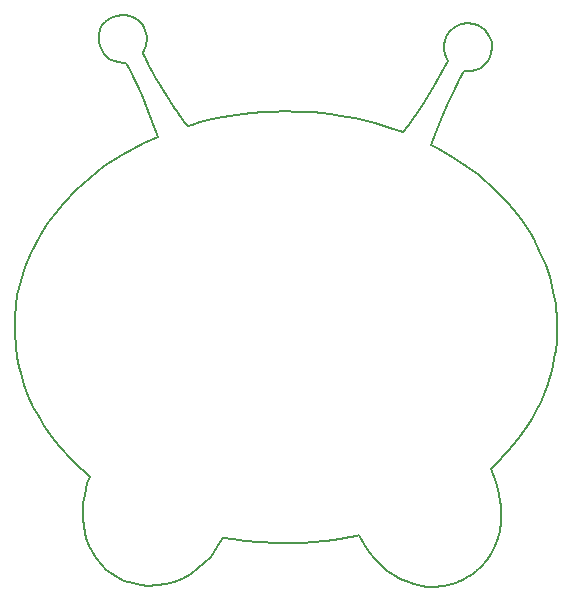
<source format=gm1>
G04 #@! TF.FileFunction,Profile,NP*
%FSLAX46Y46*%
G04 Gerber Fmt 4.6, Leading zero omitted, Abs format (unit mm)*
G04 Created by KiCad (PCBNEW 4.0.7) date 06/18/18 14:14:14*
%MOMM*%
%LPD*%
G01*
G04 APERTURE LIST*
%ADD10C,0.100000*%
%ADD11C,0.150000*%
G04 APERTURE END LIST*
D10*
D11*
X120637300Y-94195900D02*
X121081800Y-94983300D01*
X119900700Y-93116400D02*
X120637300Y-94195900D01*
X119316500Y-92354400D02*
X119900700Y-93116400D01*
X118694200Y-91630500D02*
X119316500Y-92354400D01*
X117627400Y-90538300D02*
X118694200Y-91630500D01*
X116319300Y-89382600D02*
X117627400Y-90538300D01*
X115239800Y-88569800D02*
X116319300Y-89382600D01*
X113842800Y-87655400D02*
X115239800Y-88569800D01*
X112776000Y-87045800D02*
X113842800Y-87655400D01*
X112306100Y-86804500D02*
X112776000Y-87045800D01*
X112712500Y-85699600D02*
X112306100Y-86804500D01*
X113220500Y-84416900D02*
X112712500Y-85699600D01*
X113741200Y-83261200D02*
X113220500Y-84416900D01*
X114211100Y-82283300D02*
X113741200Y-83261200D01*
X114681000Y-81330800D02*
X114211100Y-82283300D01*
X115112800Y-80581500D02*
X114681000Y-81330800D01*
X115709700Y-80530700D02*
X115112800Y-80581500D01*
X116078000Y-80454500D02*
X115709700Y-80530700D01*
X116484400Y-80276700D02*
X116078000Y-80454500D01*
X116827300Y-79997300D02*
X116484400Y-80276700D01*
X117094000Y-79705200D02*
X116827300Y-79997300D01*
X117271800Y-79413100D02*
X117094000Y-79705200D01*
X117398800Y-79019400D02*
X117271800Y-79413100D01*
X117436900Y-78638400D02*
X117398800Y-79019400D01*
X117411500Y-78066900D02*
X117436900Y-78638400D01*
X117221000Y-77558900D02*
X117411500Y-78066900D01*
X116840000Y-77063600D02*
X117221000Y-77558900D01*
X116268500Y-76682600D02*
X116840000Y-77063600D01*
X115455700Y-76517500D02*
X116268500Y-76682600D01*
X114808000Y-76619100D02*
X115455700Y-76517500D01*
X114287300Y-76822300D02*
X114808000Y-76619100D01*
X113931700Y-77165200D02*
X114287300Y-76822300D01*
X113677700Y-77520800D02*
X113931700Y-77165200D01*
X113487200Y-77952600D02*
X113677700Y-77520800D01*
X113398300Y-78384400D02*
X113487200Y-77952600D01*
X113411000Y-78816200D02*
X113398300Y-78384400D01*
X113461800Y-79133700D02*
X113411000Y-78816200D01*
X113538000Y-79336900D02*
X113461800Y-79133700D01*
X113728500Y-79717900D02*
X113538000Y-79336900D01*
X113411000Y-80302100D02*
X113728500Y-79717900D01*
X112547400Y-81838800D02*
X113411000Y-80302100D01*
X111506000Y-83515200D02*
X112547400Y-81838800D01*
X110324900Y-85217000D02*
X111506000Y-83515200D01*
X109880400Y-85750400D02*
X110324900Y-85217000D01*
X108839000Y-85369400D02*
X109880400Y-85750400D01*
X107581700Y-84975700D02*
X108839000Y-85369400D01*
X105879900Y-84582000D02*
X107581700Y-84975700D01*
X104609900Y-84340700D02*
X105879900Y-84582000D01*
X103797100Y-84226400D02*
X104609900Y-84340700D01*
X102971600Y-84124800D02*
X103797100Y-84226400D01*
X102387400Y-84074000D02*
X102971600Y-84124800D01*
X101511100Y-84010500D02*
X102387400Y-84074000D01*
X101104700Y-83997800D02*
X101511100Y-84010500D01*
X99872800Y-83972400D02*
X101104700Y-83997800D01*
X98971100Y-83997800D02*
X99872800Y-83972400D01*
X98018600Y-84048600D02*
X98971100Y-83997800D01*
X97218500Y-84112100D02*
X98018600Y-84048600D01*
X96875600Y-84137500D02*
X97218500Y-84112100D01*
X96634300Y-84175600D02*
X96875600Y-84137500D01*
X96431100Y-84201000D02*
X96634300Y-84175600D01*
X95796100Y-84289900D02*
X96431100Y-84201000D01*
X95275400Y-84366100D02*
X95796100Y-84289900D01*
X94640400Y-84493100D02*
X95275400Y-84366100D01*
X93764100Y-84658200D02*
X94640400Y-84493100D01*
X92735400Y-84912200D02*
X93764100Y-84658200D01*
X92024200Y-85102700D02*
X92735400Y-84912200D01*
X91706700Y-85204300D02*
X92024200Y-85102700D01*
X91643200Y-85153500D02*
X91706700Y-85204300D01*
X91478100Y-84963000D02*
X91643200Y-85153500D01*
X91046300Y-84378800D02*
X91478100Y-84963000D01*
X90893900Y-84150200D02*
X91046300Y-84378800D01*
X90754200Y-83947000D02*
X90893900Y-84150200D01*
X90627200Y-83756500D02*
X90754200Y-83947000D01*
X90462100Y-83515200D02*
X90627200Y-83756500D01*
X89941400Y-82715100D02*
X90462100Y-83515200D01*
X89598500Y-82169000D02*
X89941400Y-82715100D01*
X89255600Y-81597500D02*
X89598500Y-82169000D01*
X89039700Y-81229200D02*
X89255600Y-81597500D01*
X88874600Y-80937100D02*
X89039700Y-81229200D01*
X88747600Y-80695800D02*
X88874600Y-80937100D01*
X88430100Y-80111600D02*
X88747600Y-80695800D01*
X88049100Y-79413100D02*
X88430100Y-80111600D01*
X87922100Y-79146400D02*
X88049100Y-79413100D01*
X87871300Y-79006700D02*
X87922100Y-79146400D01*
X87972900Y-78803500D02*
X87871300Y-79006700D01*
X88138000Y-78409800D02*
X87972900Y-78803500D01*
X88176100Y-78232000D02*
X88138000Y-78409800D01*
X88214200Y-78016100D02*
X88176100Y-78232000D01*
X88214200Y-77647800D02*
X88214200Y-78016100D01*
X88188800Y-77343000D02*
X88214200Y-77647800D01*
X88023700Y-76911200D02*
X88188800Y-77343000D01*
X87871300Y-76644500D02*
X88023700Y-76911200D01*
X87591900Y-76339700D02*
X87871300Y-76644500D01*
X87236300Y-76085700D02*
X87591900Y-76339700D01*
X86969600Y-75958700D02*
X87236300Y-76085700D01*
X86766400Y-75895200D02*
X86969600Y-75958700D01*
X86398100Y-75819000D02*
X86766400Y-75895200D01*
X86093300Y-75806300D02*
X86398100Y-75819000D01*
X85674200Y-75869800D02*
X86093300Y-75806300D01*
X85382100Y-75958700D02*
X85674200Y-75869800D01*
X84988400Y-76161900D02*
X85382100Y-75958700D01*
X84670900Y-76454000D02*
X84988400Y-76161900D01*
X84467700Y-76695300D02*
X84670900Y-76454000D01*
X84302600Y-77012800D02*
X84467700Y-76695300D01*
X84162900Y-77482700D02*
X84302600Y-77012800D01*
X84137500Y-77901800D02*
X84162900Y-77482700D01*
X84188300Y-78219300D02*
X84137500Y-77901800D01*
X84315300Y-78600300D02*
X84188300Y-78219300D01*
X84582000Y-79082900D02*
X84315300Y-78600300D01*
X84759800Y-79311500D02*
X84582000Y-79082900D01*
X85051900Y-79514700D02*
X84759800Y-79311500D01*
X85420200Y-79692500D02*
X85051900Y-79514700D01*
X85839300Y-79806800D02*
X85420200Y-79692500D01*
X86245700Y-79844900D02*
X85839300Y-79806800D01*
X86436200Y-79844900D02*
X86245700Y-79844900D01*
X86804500Y-80492600D02*
X86436200Y-79844900D01*
X87807800Y-82588100D02*
X86804500Y-80492600D01*
X88366600Y-83985100D02*
X87807800Y-82588100D01*
X89179400Y-86118700D02*
X88366600Y-83985100D01*
X87947500Y-86677500D02*
X89179400Y-86118700D01*
X86131400Y-87680800D02*
X87947500Y-86677500D01*
X84607400Y-88646000D02*
X86131400Y-87680800D01*
X83388200Y-89611200D02*
X84607400Y-88646000D01*
X82270600Y-90601800D02*
X83388200Y-89611200D01*
X81178400Y-91770200D02*
X82270600Y-90601800D01*
X80416400Y-92684600D02*
X81178400Y-91770200D01*
X79806800Y-93510100D02*
X80416400Y-92684600D01*
X79159100Y-94526100D02*
X79806800Y-93510100D01*
X78384400Y-96012000D02*
X79159100Y-94526100D01*
X77927200Y-97167700D02*
X78384400Y-96012000D01*
X77546200Y-98323400D02*
X77927200Y-97167700D01*
X77266800Y-99568000D02*
X77546200Y-98323400D01*
X77076300Y-101269800D02*
X77266800Y-99568000D01*
X77025500Y-102666800D02*
X77076300Y-101269800D01*
X77127100Y-103936800D02*
X77025500Y-102666800D01*
X77254100Y-104800400D02*
X77127100Y-103936800D01*
X77406500Y-105613200D02*
X77254100Y-104800400D01*
X77533500Y-106133900D02*
X77406500Y-105613200D01*
X77863700Y-107188000D02*
X77533500Y-106133900D01*
X78206600Y-108077000D02*
X77863700Y-107188000D01*
X78625700Y-108991400D02*
X78206600Y-108077000D01*
X79159100Y-109969300D02*
X78625700Y-108991400D01*
X79540100Y-110591600D02*
X79159100Y-109969300D01*
X80200500Y-111544100D02*
X79540100Y-110591600D01*
X80784700Y-112293400D02*
X80200500Y-111544100D01*
X81864200Y-113474500D02*
X80784700Y-112293400D01*
X82499200Y-114122200D02*
X81864200Y-113474500D01*
X82956400Y-114528600D02*
X82499200Y-114122200D01*
X83388200Y-114896900D02*
X82956400Y-114528600D01*
X83197700Y-115443000D02*
X83388200Y-114896900D01*
X82969100Y-116420900D02*
X83197700Y-115443000D01*
X82842100Y-117144800D02*
X82969100Y-116420900D01*
X82804000Y-118021100D02*
X82842100Y-117144800D01*
X82816700Y-118516400D02*
X82804000Y-118021100D01*
X82867500Y-119126000D02*
X82816700Y-118516400D01*
X82981800Y-119659400D02*
X82867500Y-119126000D01*
X83096100Y-120103900D02*
X82981800Y-119659400D01*
X83350100Y-120777000D02*
X83096100Y-120103900D01*
X83553300Y-121234200D02*
X83350100Y-120777000D01*
X83921600Y-121805700D02*
X83553300Y-121234200D01*
X84404200Y-122389900D02*
X83921600Y-121805700D01*
X84785200Y-122770900D02*
X84404200Y-122389900D01*
X85191600Y-123075700D02*
X84785200Y-122770900D01*
X85712300Y-123418600D02*
X85191600Y-123075700D01*
X86321900Y-123710700D02*
X85712300Y-123418600D01*
X87045800Y-123952000D02*
X86321900Y-123710700D01*
X87744300Y-124091700D02*
X87045800Y-123952000D01*
X88366600Y-124142500D02*
X87744300Y-124091700D01*
X89103200Y-124117100D02*
X88366600Y-124142500D01*
X89852500Y-123990100D02*
X89103200Y-124117100D01*
X90512900Y-123812300D02*
X89852500Y-123990100D01*
X91173300Y-123558300D02*
X90512900Y-123812300D01*
X91935300Y-123126500D02*
X91173300Y-123558300D01*
X92557600Y-122682000D02*
X91935300Y-123126500D01*
X93065600Y-122237500D02*
X92557600Y-122682000D01*
X93624400Y-121678700D02*
X93065600Y-122237500D01*
X94195900Y-120891300D02*
X93624400Y-121678700D01*
X94462600Y-120446800D02*
X94195900Y-120891300D01*
X94665800Y-120078500D02*
X94462600Y-120446800D01*
X95516700Y-120192800D02*
X94665800Y-120078500D01*
X96570800Y-120345200D02*
X95516700Y-120192800D01*
X97815400Y-120472200D02*
X96570800Y-120345200D01*
X99263200Y-120535700D02*
X97815400Y-120472200D01*
X100571300Y-120535700D02*
X99263200Y-120535700D01*
X101561900Y-120510300D02*
X100571300Y-120535700D01*
X102184200Y-120472200D02*
X101561900Y-120510300D01*
X103390700Y-120357900D02*
X102184200Y-120472200D01*
X104000300Y-120269000D02*
X103390700Y-120357900D01*
X104597200Y-120180100D02*
X104000300Y-120269000D01*
X105410000Y-120040400D02*
X104597200Y-120180100D01*
X105994200Y-119913400D02*
X105410000Y-120040400D01*
X106184700Y-119862600D02*
X105994200Y-119913400D01*
X106260900Y-119976900D02*
X106184700Y-119862600D01*
X106603800Y-120637300D02*
X106260900Y-119976900D01*
X107022900Y-121285000D02*
X106603800Y-120637300D01*
X107518200Y-121894600D02*
X107022900Y-121285000D01*
X108013500Y-122389900D02*
X107518200Y-121894600D01*
X108572300Y-122859800D02*
X108013500Y-122389900D01*
X109143800Y-123253500D02*
X108572300Y-122859800D01*
X109702600Y-123558300D02*
X109143800Y-123253500D01*
X110197900Y-123774200D02*
X109702600Y-123558300D01*
X110858300Y-124002800D02*
X110197900Y-123774200D01*
X111556800Y-124167900D02*
X110858300Y-124002800D01*
X111975900Y-124218700D02*
X111556800Y-124167900D01*
X112598200Y-124231400D02*
X111975900Y-124218700D01*
X113207800Y-124180600D02*
X112598200Y-124231400D01*
X113372900Y-124155200D02*
X113207800Y-124180600D01*
X113753900Y-124091700D02*
X113372900Y-124155200D01*
X114401600Y-123901200D02*
X113753900Y-124091700D01*
X114477800Y-123863100D02*
X114401600Y-123901200D01*
X114960400Y-123659900D02*
X114477800Y-123863100D01*
X115036600Y-123621800D02*
X114960400Y-123659900D01*
X115341400Y-123444000D02*
X115036600Y-123621800D01*
X115531900Y-123342400D02*
X115341400Y-123444000D01*
X115620800Y-123278900D02*
X115531900Y-123342400D01*
X115900200Y-123075700D02*
X115620800Y-123278900D01*
X116116100Y-122936000D02*
X115900200Y-123075700D01*
X116547900Y-122542300D02*
X116116100Y-122936000D01*
X117030500Y-121996200D02*
X116547900Y-122542300D01*
X117398800Y-121424700D02*
X117030500Y-121996200D01*
X117563900Y-121107200D02*
X117398800Y-121424700D01*
X117741700Y-120764300D02*
X117563900Y-121107200D01*
X117970300Y-120078500D02*
X117741700Y-120764300D01*
X118122700Y-119494300D02*
X117970300Y-120078500D01*
X118198900Y-118770400D02*
X118122700Y-119494300D01*
X118211600Y-118021100D02*
X118198900Y-118770400D01*
X118211600Y-117690900D02*
X118211600Y-118021100D01*
X118186200Y-117322600D02*
X118211600Y-117690900D01*
X118160800Y-117030500D02*
X118186200Y-117322600D01*
X118033800Y-116382800D02*
X118160800Y-117030500D01*
X117944900Y-116001800D02*
X118033800Y-116382800D01*
X117856000Y-115671600D02*
X117944900Y-116001800D01*
X117754400Y-115328700D02*
X117856000Y-115671600D01*
X117627400Y-114973100D02*
X117754400Y-115328700D01*
X117513100Y-114681000D02*
X117627400Y-114973100D01*
X117335300Y-114287300D02*
X117513100Y-114681000D01*
X117551200Y-114084100D02*
X117335300Y-114287300D01*
X117716300Y-113919000D02*
X117551200Y-114084100D01*
X118021100Y-113614200D02*
X117716300Y-113919000D01*
X118491000Y-113106200D02*
X118021100Y-113614200D01*
X118833900Y-112737900D02*
X118491000Y-113106200D01*
X119684800Y-111709200D02*
X118833900Y-112737900D01*
X120319800Y-110820200D02*
X119684800Y-111709200D01*
X120815100Y-110020100D02*
X120319800Y-110820200D01*
X121285000Y-109156500D02*
X120815100Y-110020100D01*
X121475500Y-108788200D02*
X121285000Y-109156500D01*
X121577100Y-108546900D02*
X121475500Y-108788200D01*
X121920000Y-107759500D02*
X121577100Y-108546900D01*
X122161300Y-107061000D02*
X121920000Y-107759500D01*
X122288300Y-106718100D02*
X122161300Y-107061000D01*
X122415300Y-106235500D02*
X122288300Y-106718100D01*
X122504200Y-105892600D02*
X122415300Y-106235500D01*
X122593100Y-105575100D02*
X122504200Y-105892600D01*
X122732800Y-104851200D02*
X122593100Y-105575100D01*
X122796300Y-104521000D02*
X122732800Y-104851200D01*
X122834400Y-104241600D02*
X122796300Y-104521000D01*
X122923300Y-103428800D02*
X122834400Y-104241600D01*
X122961400Y-102806500D02*
X122923300Y-103428800D01*
X122974100Y-102514400D02*
X122961400Y-102806500D01*
X122974100Y-102209600D02*
X122974100Y-102514400D01*
X122936000Y-101219000D02*
X122974100Y-102209600D01*
X122897900Y-100838000D02*
X122936000Y-101219000D01*
X122859800Y-100457000D02*
X122897900Y-100838000D01*
X122847100Y-100330000D02*
X122859800Y-100457000D01*
X122656600Y-99237800D02*
X122847100Y-100330000D01*
X122542300Y-98780600D02*
X122656600Y-99237800D01*
X122351800Y-98044000D02*
X122542300Y-98780600D01*
X121983500Y-96964500D02*
X122351800Y-98044000D01*
X121551700Y-95935800D02*
X121983500Y-96964500D01*
X121259600Y-95338900D02*
X121551700Y-95935800D01*
X121119900Y-95046800D02*
X121259600Y-95338900D01*
X121081800Y-94983300D02*
X121119900Y-95046800D01*
M02*

</source>
